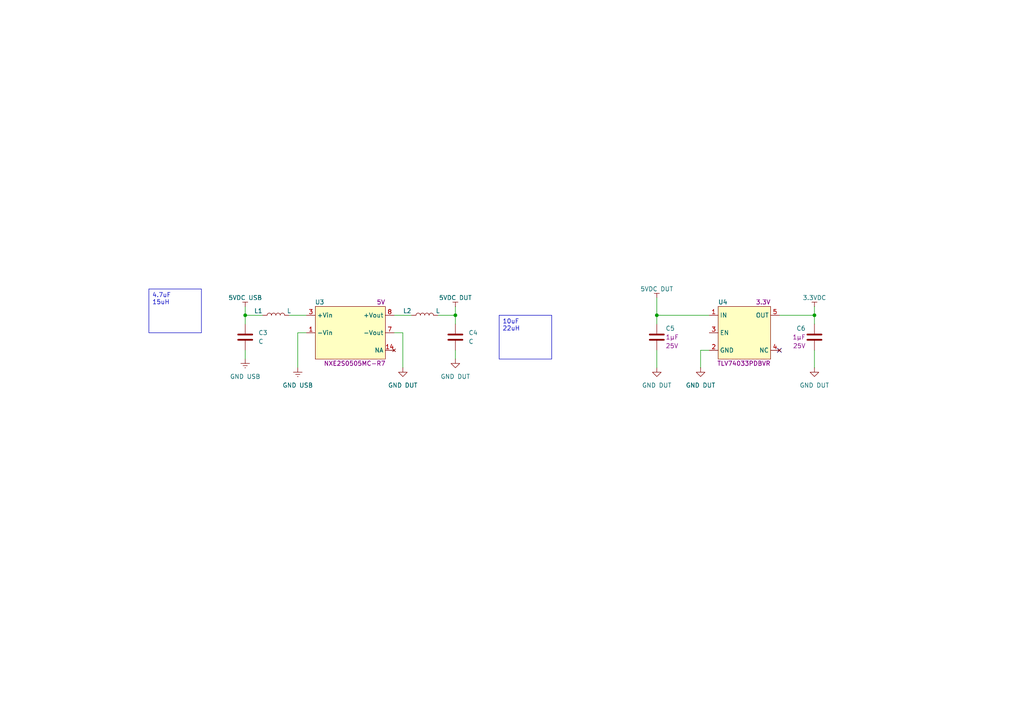
<source format=kicad_sch>
(kicad_sch (version 20231120) (generator "eeschema") (generator_version "8.0")
  (paper "A4")
  (lib_symbols
    (symbol "C_1" (pin_numbers hide) (pin_names (offset 0.254))
      (property "Reference" "C" (at 2.54 2.54 0))
      (property "Capacitance" "1µF" (at 2.54 0 0))
      (property "Voltage" "25V" (at 2.54 -2.54 0))
      (symbol "C_1_0_1"
        (polyline (pts (xy -2.032 -0.762) (xy 2.032 -0.762)) (stroke (width 0.508)))
        (polyline (pts (xy -2.032 0.762) (xy 2.032 0.762)) (stroke (width 0.508)))
      )
      (symbol "C_1_1_1"
        (pin passive line (at 0 3.81 270) (length 2.794) (name "~") (number "1"))
        (pin passive line (at 0 -3.81 90) (length 2.794) (name "~") (number "2"))
      )
    )
    (symbol "Device:C" (pin_numbers hide) (pin_names (offset 0.254))
      (property "Reference" "C" (at 0.635 2.54 0))
      (property "Value" "C" (at 0.635 -2.54 0))
      (symbol "C_0_1"
        (polyline (pts (xy -2.032 -0.762) (xy 2.032 -0.762)) (stroke (width 0.508)))
        (polyline (pts (xy -2.032 0.762) (xy 2.032 0.762)) (stroke (width 0.508)))
      )
      (symbol "C_1_1"
        (pin passive line (at 0 3.81 270) (length 2.794) (name "~") (number "1"))
        (pin passive line (at 0 -3.81 90) (length 2.794) (name "~") (number "2"))
      )
    )
    (symbol "Device:L" (pin_numbers hide) (pin_names (offset 1.016) hide)
      (property "Reference" "L" (at -1.27 0 90))
      (property "Value" "L" (at 1.905 0 90))
      (symbol "L_0_1"
        (arc (start 0 -2.54) (mid 0.6323 -1.905) (end 0 -1.27))
        (arc (start 0 -1.27) (mid 0.6323 -0.635) (end 0 0))
        (arc (start 0 0) (mid 0.6323 0.635) (end 0 1.27))
        (arc (start 0 1.27) (mid 0.6323 1.905) (end 0 2.54))
      )
      (symbol "L_1_1"
        (pin passive line (at 0 3.81 270) (length 1.27) (name "1") (number "1"))
        (pin passive line (at 0 -3.81 90) (length 1.27) (name "2") (number "2"))
      )
    )
    (symbol "Prototype Schematic Symbols - Isolated ComPort:5VDC" (power) (pin_numbers hide) (pin_names (offset 0) hide)
      (property "Value" "5VDC" (at 0 2.54 0))
      (symbol "5VDC_0_0"
        (pin power_in line (at 0 0 90) (length 0) (name "~") (number "1"))
      )
      (symbol "5VDC_0_1"
        (polyline (pts (xy 0 0) (xy 0 1.27) (xy 0.762 1.27) (xy 0 1.27) (xy -0.762 1.27) (xy 0 1.27)) (fill (type outline)))
      )
    )
    (symbol "Prototype Schematic Symbols - Isolated ComPort:Regulator Linear LDO 3.3V±1% 300mA OTP OCP SOT23-5"
      (property "Reference" "U" (at -7.62 8.89 0))
      (property "Vout" "3.3V" (at 7.62 8.89 0))
      (property "MPN" "TLV74033PDBVR" (at 7.62 -8.89 0))
      (symbol "Regulator Linear LDO 3.3V±1% 300mA OTP OCP SOT23-5_1_1"
        (rectangle (start -7.62 7.62) (end 7.62 -7.62) (fill (type background)))
        (pin power_in line (at -10.16 5.08 0) (length 2.54) (name "IN") (number "1"))
        (pin power_in line (at -10.16 -5.08 0) (length 2.54) (name "GND") (number "2"))
        (pin input line (at -10.16 0 0) (length 2.54) (name "EN") (number "3"))
        (pin no_connect line (at 10.16 -5.08 180) (length 2.54) (name "NC") (number "4"))
        (pin power_out line (at 10.16 5.08 180) (length 2.54) (name "OUT") (number "5"))
      )
    )
    (symbol "Prototype Schematic Symbols - Isolated ComPort:Regulator SMPS Module 5V±12% 400mA 4.5-5.5V 130kHz OCP(limited) Isolated(3kV) SMD-14(5)"
      (property "Reference" "U" (at -10.16 8.89 0))
      (property "MPN" "NXE2S0505MC-R7" (at 10.16 -8.89 0))
      (property "Voltage" "5V" (at 8.89 8.89 0))
      (symbol "Regulator SMPS Module 5V±12% 400mA 4.5-5.5V 130kHz OCP(limited) Isolated(3kV) SMD-14(5)_1_1"
        (rectangle (start -10.16 7.62) (end 10.16 -7.62) (fill (type background)))
        (pin power_in line (at -12.7 0 0) (length 2.54) (name "-Vin") (number "1"))
        (pin no_connect line (at 12.7 -5.08 180) (length 2.54) (name "NA") (number "14"))
        (pin power_in line (at -12.7 5.08 0) (length 2.54) (name "+Vin") (number "3"))
        (pin power_out line (at 12.7 0 180) (length 2.54) (name "-Vout") (number "7"))
        (pin power_out line (at 12.7 5.08 180) (length 2.54) (name "+Vout") (number "8"))
      )
    )
    (symbol "power:Earth" (power) (pin_numbers hide) (pin_names (offset 0) hide)
      (property "Value" "Earth" (at 0 -3.81 0))
      (symbol "Earth_0_1"
        (polyline (pts (xy -0.635 -1.905) (xy 0.635 -1.905)))
        (polyline (pts (xy -0.127 -2.54) (xy 0.127 -2.54)))
        (polyline (pts (xy 0 -1.27) (xy 0 0)))
        (polyline (pts (xy 1.27 -1.27) (xy -1.27 -1.27)))
      )
      (symbol "Earth_1_1"
        (pin power_in line (at 0 0 270) (length 0) (name "~") (number "1"))
      )
    )
    (symbol "power:GND" (power) (pin_numbers hide) (pin_names (offset 0) hide)
      (property "Value" "GND" (at 0 -3.81 0))
      (symbol "GND_0_1"
        (polyline (pts (xy 0 0) (xy 0 -1.27) (xy 1.27 -1.27) (xy 0 -2.54) (xy -1.27 -1.27) (xy 0 -1.27)))
      )
      (symbol "GND_1_1"
        (pin power_in line (at 0 0 270) (length 0) (name "~") (number "1"))
      )
    )
  )
  (junction (at 236.22 91.44))
  (junction (at 71.12 91.44))
  (junction (at 132.08 91.44))
  (junction (at 190.5 91.44))
  (no_connect (at 226.06 101.6))
  (wire (pts (xy 114.3 91.44) (xy 119.38 91.44)))
  (wire (pts (xy 116.84 96.52) (xy 114.3 96.52)))
  (wire (pts (xy 190.5 91.44) (xy 190.5 93.98)))
  (wire (pts (xy 127 91.44) (xy 132.08 91.44)))
  (wire (pts (xy 71.12 91.44) (xy 71.12 93.98)))
  (wire (pts (xy 205.74 101.6) (xy 203.2 101.6)))
  (wire (pts (xy 226.06 91.44) (xy 236.22 91.44)))
  (wire (pts (xy 71.12 91.44) (xy 76.2 91.44)))
  (wire (pts (xy 236.22 101.6) (xy 236.22 106.68)))
  (wire (pts (xy 71.12 101.6) (xy 71.12 104.14)))
  (wire (pts (xy 203.2 101.6) (xy 203.2 106.68)))
  (wire (pts (xy 190.5 86.36) (xy 190.5 91.44)))
  (wire (pts (xy 132.08 101.6) (xy 132.08 104.14)))
  (wire (pts (xy 132.08 91.44) (xy 132.08 93.98)))
  (wire (pts (xy 236.22 88.9) (xy 236.22 91.44)))
  (wire (pts (xy 190.5 101.6) (xy 190.5 106.68)))
  (wire (pts (xy 86.36 96.52) (xy 88.9 96.52)))
  (wire (pts (xy 86.36 96.52) (xy 86.36 106.68)))
  (wire (pts (xy 83.82 91.44) (xy 88.9 91.44)))
  (wire (pts (xy 236.22 93.98) (xy 236.22 91.44)))
  (wire (pts (xy 71.12 88.9) (xy 71.12 91.44)))
  (wire (pts (xy 116.84 106.68) (xy 116.84 96.52)))
  (wire (pts (xy 132.08 88.9) (xy 132.08 91.44)))
  (wire (pts (xy 190.5 91.44) (xy 205.74 91.44)))
  (text_box "4.7uF\n15uH" (at 43.18 83.82 0) (size 15.24 12.7) (effects (font (size 1.27 1.27)) (justify left top)))
  (text_box "10uF\n22uH" (at 144.78 91.44 0) (size 15.24 12.7) (effects (font (size 1.27 1.27)) (justify left top)))
  (symbol (lib_id "Device:C") (at 132.08 97.79 0) (unit 1)
    (property "Reference" "C4" (at 135.89 96.5199 0) (effects (justify left)))
    (property "Value" "C" (at 135.89 99.0599 0) (effects (justify left)))
    (property "Description" "Unpolarized capacitor" (effects (hide yes)))
  )
  (symbol (lib_id "Prototype Schematic Symbols - Isolated ComPort:Regulator Linear LDO 3.3V±1% 300mA OTP OCP SOT23-5") (at 215.9 96.52 0) (unit 1)
    (property "Reference" "U4" (at 208.28 87.63 0) (effects (justify left)))
    (property "Value" "Regulator Linear LDO 3.3V±1% 300mA OTP OCP SOT23-5" (effects (hide yes)))
    (property "Footprint" "Package_TO_SOT_SMD:SOT-23-5" (effects (hide yes)))
    (property "Datasheet" "https://www.ti.com/lit/gpn/tlv740p" (effects (hide yes)))
    (property "Description" "Linear Vout=3.3V Iout=300mA Vin=5.5V Tolerance=1% Options=LDO,OTP,OCP Footprint=SOT23-5" (effects (hide yes)))
    (property "Vout" "3.3V" (at 223.52 87.63 0) (effects (justify right)))
    (property "Manufacturer" "Texas Instruments" (effects (hide yes)))
    (property "MPN" "TLV74033PDBVR" (at 223.52 105.41 0) (effects (justify right)))
  )
  (symbol (lib_id "Prototype Schematic Symbols - Isolated ComPort:5VDC") (at 132.08 88.9 0) (unit 1)
    (property "Reference" "#PWR021" (effects (hide yes)))
    (property "Value" "5VDC DUT" (at 132.08 86.36 0))
    (property "Description" "Power symbol creates a global label with name \"5VDC\"" (effects (hide yes)))
  )
  (symbol (lib_id "power:GND") (at 190.5 106.68 0) (unit 1)
    (property "Reference" "#PWR024" (effects (hide yes)))
    (property "Value" "GND DUT" (at 190.5 111.76 0))
    (property "Description" "Power symbol creates a global label with name \"GND\" , ground" (effects (hide yes)))
  )
  (symbol (lib_name "C_1") (lib_id "Device:C") (at 190.5 97.79 0) (unit 1)
    (property "Reference" "C5" (at 193.04 95.25 0) (effects (justify left)))
    (property "Value" "Capacitor Ceramic 1uF 25V X5R 0603" (effects (hide yes)))
    (property "Footprint" "Capacitor_SMD:C_0603_1608Metric" (effects (hide yes)))
    (property "Description" "Unpolarized capacitor" (effects (hide yes)))
    (property "Manufacturer" "Samsung Electro-Mechanics" (effects (hide yes)))
    (property "MPN" "CL10A105KA8NNNC" (effects (hide yes)))
    (property "Capacitance" "1µF" (at 193.04 97.79 0) (effects (justify left)))
    (property "Voltage" "25V" (at 193.04 100.33 0) (effects (justify left)))
  )
  (symbol (lib_id "Device:C") (at 71.12 97.79 0) (unit 1)
    (property "Reference" "C3" (at 74.93 96.5199 0) (effects (justify left)))
    (property "Value" "C" (at 74.93 99.0599 0) (effects (justify left)))
    (property "Description" "Unpolarized capacitor" (effects (hide yes)))
  )
  (symbol (lib_id "Prototype Schematic Symbols - Isolated ComPort:Regulator SMPS Module 5V±12% 400mA 4.5-5.5V 130kHz OCP(limited) Isolated(3kV) SMD-14(5)") (at 101.6 96.52 0) (unit 1)
    (property "Reference" "U3" (at 92.71 87.63 0))
    (property "Value" "Regulator SMPS Module Vout=5V±12% Iout=400mA Vin=4.5-5.5V Fsw=130kHz Options=OCP(limited),Isolated(3kV) Footprint=SMD-14(5)" (effects (hide yes)))
    (property "Description" "Regulator SMPS Module Vout=5V±12% Iout=400mA Vin=4.5-5.5V Fsw=130kHz Options=OCP(limited),Isolated(3kV) Footprint=SMD-14(5)" (effects (hide yes)))
    (property "Manufacturer" "Murata" (effects (hide yes)))
    (property "MPN" "NXE2S0505MC-R7" (at 102.87 105.41 0))
    (property "Voltage" "5V" (at 110.49 87.63 0))
  )
  (symbol (lib_id "power:GND") (at 116.84 106.68 0) (unit 1)
    (property "Reference" "#PWR020" (effects (hide yes)))
    (property "Value" "GND DUT" (at 116.84 111.76 0))
    (property "Description" "Power symbol creates a global label with name \"GND\" , ground" (effects (hide yes)))
  )
  (symbol (lib_id "power:GND") (at 132.08 104.14 0) (unit 1)
    (property "Reference" "#PWR022" (effects (hide yes)))
    (property "Value" "GND DUT" (at 132.08 109.22 0))
    (property "Description" "Power symbol creates a global label with name \"GND\" , ground" (effects (hide yes)))
  )
  (symbol (lib_id "power:GND") (at 236.22 106.68 0) (unit 1)
    (property "Reference" "#PWR027" (effects (hide yes)))
    (property "Value" "GND DUT" (at 236.22 111.76 0))
    (property "Description" "Power symbol creates a global label with name \"GND\" , ground" (effects (hide yes)))
  )
  (symbol (lib_id "Prototype Schematic Symbols - Isolated ComPort:5VDC") (at 236.22 88.9 0) (unit 1)
    (property "Reference" "#PWR026" (effects (hide yes)))
    (property "Value" "3.3VDC" (at 236.22 86.36 0))
    (property "Description" "Power symbol creates a global label with name \"5VDC\"" (effects (hide yes)))
  )
  (symbol (lib_id "Device:L") (at 80.01 91.44 90) (unit 1)
    (property "Reference" "L1" (at 74.93 90.17 90))
    (property "Value" "L" (at 83.82 90.17 90))
    (property "Description" "Inductor" (effects (hide yes)))
  )
  (symbol (lib_id "Prototype Schematic Symbols - Isolated ComPort:5VDC") (at 71.12 88.9 0) (unit 1)
    (property "Reference" "#PWR017" (effects (hide yes)))
    (property "Value" "5VDC USB" (at 71.12 86.36 0))
    (property "Description" "Power symbol creates a global label with name \"5VDC\"" (effects (hide yes)))
  )
  (symbol (lib_id "power:GND") (at 203.2 106.68 0) (unit 1)
    (property "Reference" "#PWR025" (effects (hide yes)))
    (property "Value" "GND DUT" (at 203.2 111.76 0))
    (property "Description" "Power symbol creates a global label with name \"GND\" , ground" (effects (hide yes)))
  )
  (symbol (lib_id "Device:L") (at 123.19 91.44 90) (unit 1)
    (property "Reference" "L2" (at 118.11 90.17 90))
    (property "Value" "L" (at 127 90.17 90))
    (property "Description" "Inductor" (effects (hide yes)))
  )
  (symbol (lib_id "power:Earth") (at 86.36 106.68 0) (unit 1)
    (property "Reference" "#PWR019" (effects (hide yes)))
    (property "Value" "GND USB" (at 86.36 111.76 0))
    (property "Description" "Power symbol creates a global label with name \"Earth\"" (effects (hide yes)))
  )
  (symbol (lib_name "C_1") (lib_id "Device:C") (at 236.22 97.79 0) (mirror y) (unit 1)
    (property "Reference" "C6" (at 233.68 95.25 0) (effects (justify left)))
    (property "Value" "Capacitor Ceramic 1uF 25V X5R 0603" (effects (hide yes)))
    (property "Footprint" "Capacitor_SMD:C_0603_1608Metric" (effects (hide yes)))
    (property "Description" "Unpolarized capacitor" (effects (hide yes)))
    (property "Manufacturer" "Samsung Electro-Mechanics" (effects (hide yes)))
    (property "MPN" "CL10A105KA8NNNC" (effects (hide yes)))
    (property "Capacitance" "1µF" (at 233.68 97.79 0) (effects (justify left)))
    (property "Voltage" "25V" (at 233.68 100.33 0) (effects (justify left)))
  )
  (symbol (lib_id "power:Earth") (at 71.12 104.14 0) (unit 1)
    (property "Reference" "#PWR018" (effects (hide yes)))
    (property "Value" "GND USB" (at 71.12 109.22 0))
    (property "Description" "Power symbol creates a global label with name \"Earth\"" (effects (hide yes)))
  )
  (symbol (lib_id "Prototype Schematic Symbols - Isolated ComPort:5VDC") (at 190.5 86.36 0) (unit 1)
    (property "Reference" "#PWR023" (effects (hide yes)))
    (property "Value" "5VDC DUT" (at 190.5 83.82 0))
    (property "Description" "Power symbol creates a global label with name \"5VDC\"" (effects (hide yes)))
  )
)
</source>
